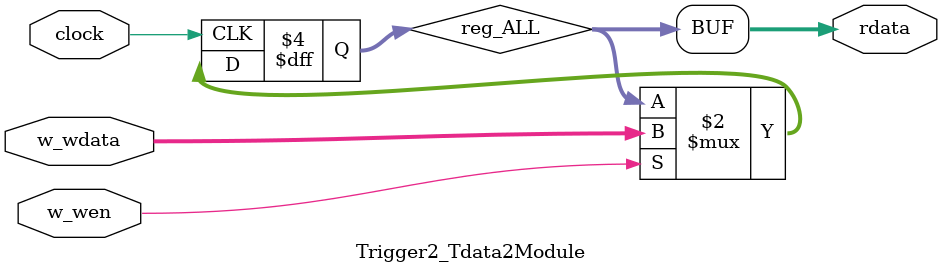
<source format=v>
`ifndef RANDOMIZE
  `ifdef RANDOMIZE_REG_INIT
    `define RANDOMIZE
  `endif // RANDOMIZE_REG_INIT
`endif // not def RANDOMIZE
`ifndef SYNTHESIS
  `ifndef ENABLE_INITIAL_REG_
    `define ENABLE_INITIAL_REG_
  `endif // not def ENABLE_INITIAL_REG_
`endif // not def SYNTHESIS
`ifndef RANDOM
  `define RANDOM $random
`endif // not def RANDOM
// Users can define INIT_RANDOM as general code that gets injected into the
// initializer block for modules with registers.
`ifndef INIT_RANDOM
  `define INIT_RANDOM
`endif // not def INIT_RANDOM
// If using random initialization, you can also define RANDOMIZE_DELAY to
// customize the delay used, otherwise 0.002 is used.
`ifndef RANDOMIZE_DELAY
  `define RANDOMIZE_DELAY 0.002
`endif // not def RANDOMIZE_DELAY
// Define INIT_RANDOM_PROLOG_ for use in our modules below.
`ifndef INIT_RANDOM_PROLOG_
  `ifdef RANDOMIZE
    `ifdef VERILATOR
      `define INIT_RANDOM_PROLOG_ `INIT_RANDOM
    `else  // VERILATOR
      `define INIT_RANDOM_PROLOG_ `INIT_RANDOM #`RANDOMIZE_DELAY begin end
    `endif // VERILATOR
  `else  // RANDOMIZE
    `define INIT_RANDOM_PROLOG_
  `endif // RANDOMIZE
`endif // not def INIT_RANDOM_PROLOG_
module Trigger2_Tdata2Module(
  input         clock,
  input         w_wen,
  input  [63:0] w_wdata,
  output [63:0] rdata
);

  reg [63:0] reg_ALL;
  always @(posedge clock) begin
    if (w_wen)
      reg_ALL <= w_wdata;
  end // always @(posedge)
  `ifdef ENABLE_INITIAL_REG_
    `ifdef FIRRTL_BEFORE_INITIAL
      `FIRRTL_BEFORE_INITIAL
    `endif // FIRRTL_BEFORE_INITIAL
    logic [31:0] _RANDOM[0:1];
    initial begin
      `ifdef INIT_RANDOM_PROLOG_
        `INIT_RANDOM_PROLOG_
      `endif // INIT_RANDOM_PROLOG_
      `ifdef RANDOMIZE_REG_INIT
        for (logic [1:0] i = 2'h0; i < 2'h2; i += 2'h1) begin
          _RANDOM[i[0]] = `RANDOM;
        end
        reg_ALL = {_RANDOM[1'h0], _RANDOM[1'h1]};
      `endif // RANDOMIZE_REG_INIT
    end // initial
    `ifdef FIRRTL_AFTER_INITIAL
      `FIRRTL_AFTER_INITIAL
    `endif // FIRRTL_AFTER_INITIAL
  `endif // ENABLE_INITIAL_REG_
  assign rdata = reg_ALL;
endmodule


</source>
